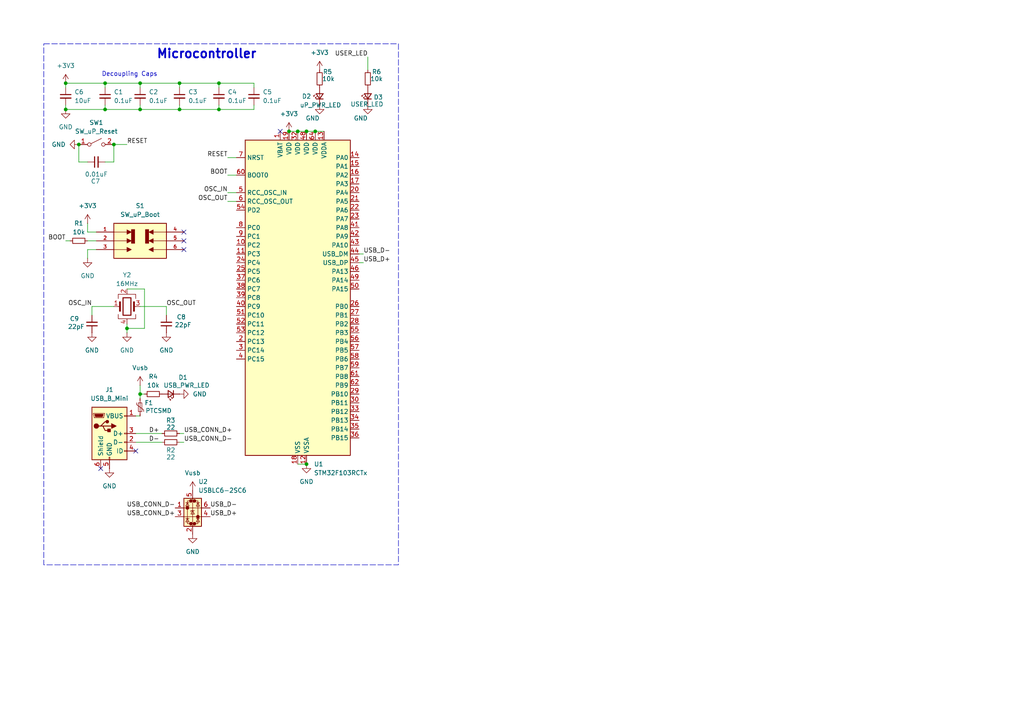
<source format=kicad_sch>
(kicad_sch (version 20250114) (generator "eeschema") (generator_version "9.0")
  (paper "A4")
  (title_block (title "Robot Brain PCB") (date "2025-04-22") (rev "1.0") (company "Jackson Hall"))
  (lib_symbols
    (symbol "Connector:USB_B_Mini" (pin_names (offset 1.016))
      (property "Reference" "J" (at -5.08 11.43 0))
      (property "Value" "USB_B_Mini" (at -5.08 8.89 0))
      (symbol "USB_B_Mini_0_1"
        (rectangle (start -5.08 -7.62) (end 5.08 7.62) (stroke (width 0.254)) (fill (type background)))
        (polyline (pts (xy -4.699 5.842) (xy -4.699 5.588) (xy -4.445 4.826) (xy -4.445 4.572) (xy -1.651 4.572) (xy -1.651 4.826) (xy -1.397 5.588) (xy -1.397 5.842) (xy -4.699 5.842)))
        (polyline (pts (xy -4.318 5.588) (xy -1.778 5.588) (xy -2.032 4.826) (xy -4.064 4.826) (xy -4.318 5.588)) (fill (type outline)))
        (circle (center -3.81 2.159) (radius 0.635) (stroke (width 0.254)) (fill (type outline)))
        (polyline (pts (xy -3.175 2.159) (xy -2.54 2.159) (xy -1.27 3.429) (xy -0.635 3.429)) (stroke (width 0.254)))
        (polyline (pts (xy -2.54 2.159) (xy -1.905 2.159) (xy -1.27 0.889) (xy 0 0.889)) (stroke (width 0.254)))
        (polyline (pts (xy -1.905 2.159) (xy 0.635 2.159)) (stroke (width 0.254)))
        (circle (center -0.635 3.429) (radius 0.381) (stroke (width 0.254)) (fill (type outline)))
        (rectangle (start -0.127 -7.62) (end 0.127 -6.858))
        (rectangle (start 0.254 1.27) (end -0.508 0.508) (stroke (width 0.254)) (fill (type outline)))
        (polyline (pts (xy 0.635 2.794) (xy 0.635 1.524) (xy 1.905 2.159) (xy 0.635 2.794)) (stroke (width 0.254)) (fill (type outline)))
        (rectangle (start 5.08 4.953) (end 4.318 5.207))
        (rectangle (start 5.08 -0.127) (end 4.318 0.127))
        (rectangle (start 5.08 -2.667) (end 4.318 -2.413))
        (rectangle (start 5.08 -5.207) (end 4.318 -4.953))
      )
      (symbol "USB_B_Mini_1_1"
        (pin passive line (at -2.54 -10.16 90) (length 2.54) (name "Shield") (number "6"))
        (pin power_out line (at 0 -10.16 90) (length 2.54) (name "GND") (number "5"))
        (pin power_out line (at 7.62 5.08 180) (length 2.54) (name "VBUS") (number "1"))
        (pin bidirectional line (at 7.62 0 180) (length 2.54) (name "D+") (number "3"))
        (pin bidirectional line (at 7.62 -2.54 180) (length 2.54) (name "D-") (number "2"))
        (pin passive line (at 7.62 -5.08 180) (length 2.54) (name "ID") (number "4"))
      )
    )
    (symbol "Device:C_Small" (pin_numbers (hide yes)) (pin_names (offset 0.254) (hide yes))
      (property "Reference" "C" (at 0.254 1.778 0))
      (property "Value" "C_Small" (at 0.254 -2.032 0))
      (symbol "C_Small_0_1"
        (polyline (pts (xy -1.524 0.508) (xy 1.524 0.508)) (stroke (width 0.3048)))
        (polyline (pts (xy -1.524 -0.508) (xy 1.524 -0.508)) (stroke (width 0.3302)))
      )
      (symbol "C_Small_1_1"
        (pin passive line (at 0 2.54 270) (length 2.032) (name "~") (number "1"))
        (pin passive line (at 0 -2.54 90) (length 2.032) (name "~") (number "2"))
      )
    )
    (symbol "Device:Crystal_GND24" (pin_names (offset 1.016) (hide yes))
      (property "Reference" "Y" (at 3.175 5.08 0))
      (property "Value" "Crystal_GND24" (at 3.175 3.175 0))
      (symbol "Crystal_GND24_0_1"
        (polyline (pts (xy -2.54 2.286) (xy -2.54 3.556) (xy 2.54 3.556) (xy 2.54 2.286)))
        (polyline (pts (xy -2.54 0) (xy -2.032 0)))
        (polyline (pts (xy -2.54 -2.286) (xy -2.54 -3.556) (xy 2.54 -3.556) (xy 2.54 -2.286)))
        (polyline (pts (xy -2.032 -1.27) (xy -2.032 1.27)) (stroke (width 0.508)))
        (rectangle (start -1.143 2.54) (end 1.143 -2.54) (stroke (width 0.3048)))
        (polyline (pts (xy 0 3.556) (xy 0 3.81)))
        (polyline (pts (xy 0 -3.81) (xy 0 -3.556)))
        (polyline (pts (xy 2.032 0) (xy 2.54 0)))
        (polyline (pts (xy 2.032 -1.27) (xy 2.032 1.27)) (stroke (width 0.508)))
      )
      (symbol "Crystal_GND24_1_1"
        (pin passive line (at -3.81 0 0) (length 1.27) (name "1") (number "1"))
        (pin passive line (at 0 5.08 270) (length 1.27) (name "2") (number "2"))
        (pin passive line (at 0 -5.08 90) (length 1.27) (name "4") (number "4"))
        (pin passive line (at 3.81 0 180) (length 1.27) (name "3") (number "3"))
      )
    )
    (symbol "Device:LED_Small" (pin_numbers (hide yes)) (pin_names (offset 0.254) (hide yes))
      (property "Reference" "D" (at -1.27 3.175 0))
      (property "Value" "LED_Small" (at -4.445 -2.54 0))
      (symbol "LED_Small_0_1"
        (polyline (pts (xy -0.762 -1.016) (xy -0.762 1.016)) (stroke (width 0.254)))
        (polyline (pts (xy 0 0.762) (xy -0.508 1.27) (xy -0.254 1.27) (xy -0.508 1.27) (xy -0.508 1.016)))
        (polyline (pts (xy 0.508 1.27) (xy 0 1.778) (xy 0.254 1.778) (xy 0 1.778) (xy 0 1.524)))
        (polyline (pts (xy 0.762 -1.016) (xy -0.762 0) (xy 0.762 1.016) (xy 0.762 -1.016)) (stroke (width 0.254)))
        (polyline (pts (xy 1.016 0) (xy -0.762 0)))
      )
      (symbol "LED_Small_1_1"
        (pin passive line (at -2.54 0 0) (length 1.778) (name "K") (number "1"))
        (pin passive line (at 2.54 0 180) (length 1.778) (name "A") (number "2"))
      )
    )
    (symbol "Device:Polyfuse_Small" (pin_numbers (hide yes)) (pin_names (offset 0))
      (property "Reference" "F" (at -1.905 0 90))
      (property "Value" "Polyfuse_Small" (at 1.905 0 90))
      (symbol "Polyfuse_Small_0_1"
        (polyline (pts (xy -1.016 1.27) (xy -1.016 0.762) (xy 1.016 -0.762) (xy 1.016 -1.27)))
        (rectangle (start -0.508 1.27) (end 0.508 -1.27))
        (polyline (pts (xy 0 2.54) (xy 0 -2.54)))
      )
      (symbol "Polyfuse_Small_1_1"
        (pin passive line (at 0 2.54 270) (length 0.635) (name "~") (number "1"))
        (pin passive line (at 0 -2.54 90) (length 0.635) (name "~") (number "2"))
      )
    )
    (symbol "Device:R_Small" (pin_numbers (hide yes)) (pin_names (offset 0.254) (hide yes))
      (property "Reference" "R" (at 0.762 0.508 0))
      (property "Value" "R_Small" (at 0.762 -1.016 0))
      (symbol "R_Small_0_1"
        (rectangle (start -0.762 1.778) (end 0.762 -1.778) (stroke (width 0.2032)))
      )
      (symbol "R_Small_1_1"
        (pin passive line (at 0 2.54 270) (length 0.762) (name "~") (number "1"))
        (pin passive line (at 0 -2.54 90) (length 0.762) (name "~") (number "2"))
      )
    )
    (symbol "MCU_ST_STM32F1:STM32F103RCTx"
      (property "Reference" "U" (at -15.24 46.99 0))
      (property "Value" "STM32F103RCTx" (at 10.16 46.99 0))
      (symbol "STM32F103RCTx_0_1"
        (rectangle (start -15.24 -45.72) (end 15.24 45.72) (stroke (width 0.254)) (fill (type background)))
      )
      (symbol "STM32F103RCTx_1_1"
        (pin input line (at -17.78 40.64 0) (length 2.54) (name "NRST") (number "7"))
        (pin input line (at -17.78 35.56 0) (length 2.54) (name "BOOT0") (number "60"))
        (pin bidirectional line (at -17.78 30.48 0) (length 2.54) (name "PD0") (number "5") (alternate "RCC_OSC_IN" bidirectional line))
        (pin bidirectional line (at -17.78 27.94 0) (length 2.54) (name "PD1") (number "6") (alternate "RCC_OSC_OUT" bidirectional line))
        (pin bidirectional line (at -17.78 25.4 0) (length 2.54) (name "PD2") (number "54"))
        (pin bidirectional line (at -17.78 20.32 0) (length 2.54) (name "PC0") (number "8"))
        (pin bidirectional line (at -17.78 17.78 0) (length 2.54) (name "PC1") (number "9"))
        (pin bidirectional line (at -17.78 15.24 0) (length 2.54) (name "PC2") (number "10"))
        (pin bidirectional line (at -17.78 12.7 0) (length 2.54) (name "PC3") (number "11"))
        (pin bidirectional line (at -17.78 10.16 0) (length 2.54) (name "PC4") (number "24"))
        (pin bidirectional line (at -17.78 7.62 0) (length 2.54) (name "PC5") (number "25"))
        (pin bidirectional line (at -17.78 5.08 0) (length 2.54) (name "PC6") (number "37"))
        (pin bidirectional line (at -17.78 2.54 0) (length 2.54) (name "PC7") (number "38"))
        (pin bidirectional line (at -17.78 0 0) (length 2.54) (name "PC8") (number "39"))
        (pin bidirectional line (at -17.78 -2.54 0) (length 2.54) (name "PC9") (number "40"))
        (pin bidirectional line (at -17.78 -5.08 0) (length 2.54) (name "PC10") (number "51"))
        (pin bidirectional line (at -17.78 -7.62 0) (length 2.54) (name "PC11") (number "52"))
        (pin bidirectional line (at -17.78 -10.16 0) (length 2.54) (name "PC12") (number "53"))
        (pin bidirectional line (at -17.78 -12.7 0) (length 2.54) (name "PC13") (number "2"))
        (pin bidirectional line (at -17.78 -15.24 0) (length 2.54) (name "PC14") (number "3"))
        (pin bidirectional line (at -17.78 -17.78 0) (length 2.54) (name "PC15") (number "4"))
        (pin power_in line (at -5.08 48.26 270) (length 2.54) (name "VBAT") (number "1"))
        (pin power_in line (at -2.54 48.26 270) (length 2.54) (name "VDD") (number "19"))
        (pin power_in line (at 0 48.26 270) (length 2.54) (name "VDD") (number "32"))
        (pin power_in line (at 0 -48.26 90) (length 2.54) (name "VSS") (number "18"))
        (pin passive line (at 0 -48.26 90) (length 2.54) (hide yes) (name "VSS") (number "31"))
        (pin passive line (at 0 -48.26 90) (length 2.54) (hide yes) (name "VSS") (number "47"))
        (pin passive line (at 0 -48.26 90) (length 2.54) (hide yes) (name "VSS") (number "63"))
        (pin power_in line (at 2.54 48.26 270) (length 2.54) (name "VDD") (number "48"))
        (pin power_in line (at 2.54 -48.26 90) (length 2.54) (name "VSSA") (number "12"))
        (pin power_in line (at 5.08 48.26 270) (length 2.54) (name "VDD") (number "64"))
        (pin power_in line (at 7.62 48.26 270) (length 2.54) (name "VDDA") (number "13"))
        (pin bidirectional line (at 17.78 40.64 180) (length 2.54) (name "PA0") (number "14"))
        (pin bidirectional line (at 17.78 38.1 180) (length 2.54) (name "PA1") (number "15"))
        (pin bidirectional line (at 17.78 35.56 180) (length 2.54) (name "PA2") (number "16"))
        (pin bidirectional line (at 17.78 33.02 180) (length 2.54) (name "PA3") (number "17"))
        (pin bidirectional line (at 17.78 30.48 180) (length 2.54) (name "PA4") (number "20"))
        (pin bidirectional line (at 17.78 27.94 180) (length 2.54) (name "PA5") (number "21"))
        (pin bidirectional line (at 17.78 25.4 180) (length 2.54) (name "PA6") (number "22"))
        (pin bidirectional line (at 17.78 22.86 180) (length 2.54) (name "PA7") (number "23"))
        (pin bidirectional line (at 17.78 20.32 180) (length 2.54) (name "PA8") (number "41"))
        (pin bidirectional line (at 17.78 17.78 180) (length 2.54) (name "PA9") (number "42"))
        (pin bidirectional line (at 17.78 15.24 180) (length 2.54) (name "PA10") (number "43"))
        (pin bidirectional line (at 17.78 12.7 180) (length 2.54) (name "PA11") (number "44") (alternate "USB_DM" bidirectional line))
        (pin bidirectional line (at 17.78 10.16 180) (length 2.54) (name "PA12") (number "45") (alternate "USB_DP" bidirectional line))
        (pin bidirectional line (at 17.78 7.62 180) (length 2.54) (name "PA13") (number "46"))
        (pin bidirectional line (at 17.78 5.08 180) (length 2.54) (name "PA14") (number "49"))
        (pin bidirectional line (at 17.78 2.54 180) (length 2.54) (name "PA15") (number "50"))
        (pin bidirectional line (at 17.78 -2.54 180) (length 2.54) (name "PB0") (number "26"))
        (pin bidirectional line (at 17.78 -5.08 180) (length 2.54) (name "PB1") (number "27"))
        (pin bidirectional line (at 17.78 -7.62 180) (length 2.54) (name "PB2") (number "28"))
        (pin bidirectional line (at 17.78 -10.16 180) (length 2.54) (name "PB3") (number "55"))
        (pin bidirectional line (at 17.78 -12.7 180) (length 2.54) (name "PB4") (number "56"))
        (pin bidirectional line (at 17.78 -15.24 180) (length 2.54) (name "PB5") (number "57"))
        (pin bidirectional line (at 17.78 -17.78 180) (length 2.54) (name "PB6") (number "58"))
        (pin bidirectional line (at 17.78 -20.32 180) (length 2.54) (name "PB7") (number "59"))
        (pin bidirectional line (at 17.78 -22.86 180) (length 2.54) (name "PB8") (number "61"))
        (pin bidirectional line (at 17.78 -25.4 180) (length 2.54) (name "PB9") (number "62"))
        (pin bidirectional line (at 17.78 -27.94 180) (length 2.54) (name "PB10") (number "29"))
        (pin bidirectional line (at 17.78 -30.48 180) (length 2.54) (name "PB11") (number "30"))
        (pin bidirectional line (at 17.78 -33.02 180) (length 2.54) (name "PB12") (number "33"))
        (pin bidirectional line (at 17.78 -35.56 180) (length 2.54) (name "PB13") (number "34"))
        (pin bidirectional line (at 17.78 -38.1 180) (length 2.54) (name "PB14") (number "35"))
        (pin bidirectional line (at 17.78 -40.64 180) (length 2.54) (name "PB15") (number "36"))
      )
    )
    (symbol "Power_Protection:USBLC6-2SC6" (pin_names (hide yes))
      (property "Reference" "U" (at 0.635 5.715 0))
      (property "Value" "USBLC6-2SC6" (at 0.635 3.81 0))
      (symbol "USBLC6-2SC6_0_0"
        (circle (center -1.524 0) (radius 0.0001) (stroke (width 0.508)))
        (circle (center -0.508 2.032) (radius 0.0001) (stroke (width 0.508)))
        (circle (center -0.508 -4.572) (radius 0.0001) (stroke (width 0.508)))
        (circle (center 0.508 2.032) (radius 0.0001) (stroke (width 0.508)))
        (circle (center 0.508 -4.572) (radius 0.0001) (stroke (width 0.508)))
        (circle (center 1.524 -2.54) (radius 0.0001) (stroke (width 0.508)))
      )
      (symbol "USBLC6-2SC6_0_1"
        (polyline (pts (xy -2.54 0) (xy 2.54 0)))
        (polyline (pts (xy -2.54 -2.54) (xy 2.54 -2.54)))
        (polyline (pts (xy -2.032 0.508) (xy -1.016 0.508) (xy -1.524 1.524) (xy -2.032 0.508)))
        (polyline (pts (xy -2.032 -3.048) (xy -1.016 -3.048)))
        (polyline (pts (xy -1.016 1.524) (xy -2.032 1.524)))
        (polyline (pts (xy -1.016 -4.064) (xy -2.032 -4.064) (xy -1.524 -3.048) (xy -1.016 -4.064)))
        (polyline (pts (xy -0.508 -1.143) (xy -0.508 -0.762) (xy 0.508 -0.762)))
        (polyline (pts (xy 0 2.54) (xy -0.508 2.032) (xy 0.508 2.032) (xy 0 1.524) (xy 0 -4.064) (xy -0.508 -4.572) (xy 0.508 -4.572) (xy 0 -5.08)))
        (polyline (pts (xy 0.508 -1.778) (xy -0.508 -1.778) (xy 0 -0.762) (xy 0.508 -1.778)))
        (polyline (pts (xy 1.016 1.524) (xy 2.032 1.524)))
        (polyline (pts (xy 1.016 -3.048) (xy 2.032 -3.048)))
        (polyline (pts (xy 2.032 0.508) (xy 1.016 0.508) (xy 1.524 1.524) (xy 2.032 0.508)))
        (polyline (pts (xy 2.032 -4.064) (xy 1.016 -4.064) (xy 1.524 -3.048) (xy 2.032 -4.064)))
      )
      (symbol "USBLC6-2SC6_1_1"
        (rectangle (start -2.54 2.794) (end 2.54 -5.334) (stroke (width 0.254)) (fill (type background)))
        (polyline (pts (xy -0.508 2.032) (xy -1.524 2.032) (xy -1.524 -4.572) (xy -0.508 -4.572)))
        (polyline (pts (xy 0.508 -4.572) (xy 1.524 -4.572) (xy 1.524 2.032) (xy 0.508 2.032)))
        (pin passive line (at -5.08 0 0) (length 2.54) (name "I/O1") (number "1"))
        (pin passive line (at -5.08 -2.54 0) (length 2.54) (name "I/O2") (number "3"))
        (pin passive line (at 0 5.08 270) (length 2.54) (name "VBUS") (number "5"))
        (pin passive line (at 0 -7.62 90) (length 2.54) (name "GND") (number "2"))
        (pin passive line (at 5.08 0 180) (length 2.54) (name "I/O1") (number "6"))
        (pin passive line (at 5.08 -2.54 180) (length 2.54) (name "I/O2") (number "4"))
      )
    )
    (symbol "SW_uP_Boot:JS202011SCQN" (pin_names (offset 1.016))
      (property "Reference" "S" (at -7.62 6.35 0))
      (property "Value" "JS202011SCQN" (at -7.62 -6.35 0))
      (symbol "JS202011SCQN_0_0"
        (polyline (pts (xy -7.62 2.54) (xy -3.81 2.54)) (stroke (width 0.1524)))
        (polyline (pts (xy -7.62 0) (xy -3.81 0)) (stroke (width 0.1524)))
        (polyline (pts (xy -7.62 -2.54) (xy -3.81 -2.54)) (stroke (width 0.1524)))
        (rectangle (start -7.62 -5.08) (end 7.62 5.08) (stroke (width 0.254)) (fill (type background)))
        (polyline (pts (xy -3.81 3.175) (xy -3.81 1.905) (xy -2.54 2.54) (xy -3.81 3.175)) (stroke (width 0.1524)) (fill (type outline)))
        (polyline (pts (xy -3.81 0.635) (xy -3.81 -0.635) (xy -2.54 0) (xy -3.81 0.635)) (stroke (width 0.1524)) (fill (type outline)))
        (polyline (pts (xy -3.81 -1.905) (xy -3.81 -3.175) (xy -2.54 -2.54) (xy -3.81 -1.905)) (stroke (width 0.1524)) (fill (type outline)))
        (polyline (pts (xy -2.54 3.302) (xy -2.54 -0.762) (xy -1.524 -0.762) (xy -1.524 3.302) (xy -2.54 3.302)) (stroke (width 0.0254)) (fill (type outline)))
        (polyline (pts (xy 1.524 3.302) (xy 1.524 -0.762) (xy 2.54 -0.762) (xy 2.54 3.302) (xy 1.524 3.302)) (stroke (width 0.0254)) (fill (type outline)))
        (polyline (pts (xy 3.81 1.905) (xy 3.81 3.175) (xy 2.54 2.54) (xy 3.81 1.905)) (stroke (width 0.1524)) (fill (type outline)))
        (polyline (pts (xy 3.81 -0.635) (xy 3.81 0.635) (xy 2.54 0) (xy 3.81 -0.635)) (stroke (width 0.1524)) (fill (type outline)))
        (polyline (pts (xy 3.81 -3.175) (xy 3.81 -1.905) (xy 2.54 -2.54) (xy 3.81 -3.175)) (stroke (width 0.1524)) (fill (type outline)))
        (polyline (pts (xy 7.62 2.54) (xy 3.81 2.54)) (stroke (width 0.1524)))
        (polyline (pts (xy 7.62 0) (xy 3.81 0)) (stroke (width 0.1524)))
        (polyline (pts (xy 7.62 -2.54) (xy 3.81 -2.54)) (stroke (width 0.1524)))
        (pin passive line (at -12.7 2.54 0) (length 5.08) (name "~") (number "1"))
        (pin passive line (at -12.7 0 0) (length 5.08) (name "~") (number "2"))
        (pin passive line (at -12.7 -2.54 0) (length 5.08) (name "~") (number "3"))
        (pin passive line (at 12.7 2.54 180) (length 5.08) (name "~") (number "4"))
        (pin passive line (at 12.7 0 180) (length 5.08) (name "~") (number "5"))
        (pin passive line (at 12.7 -2.54 180) (length 5.08) (name "~") (number "6"))
      )
    )
    (symbol "Switch:SW_SPST" (pin_names (offset 0) (hide yes))
      (property "Reference" "SW" (at 0 3.175 0))
      (property "Value" "SW_SPST" (at 0 -2.54 0))
      (symbol "SW_SPST_0_0"
        (circle (center -2.032 0) (radius 0.508))
        (polyline (pts (xy -1.524 0.254) (xy 1.524 1.778)))
        (circle (center 2.032 0) (radius 0.508))
      )
      (symbol "SW_SPST_1_1"
        (pin passive line (at -5.08 0 0) (length 2.54) (name "A") (number "1"))
        (pin passive line (at 5.08 0 180) (length 2.54) (name "B") (number "2"))
      )
    )
    (symbol "power:+3V3" (power) (pin_numbers (hide yes)) (pin_names (offset 0) (hide yes))
      (property "Value" "+3V3" (at 0 3.556 0))
      (symbol "+3V3_0_1"
        (polyline (pts (xy -0.762 1.27) (xy 0 2.54)))
        (polyline (pts (xy 0 2.54) (xy 0.762 1.27)))
        (polyline (pts (xy 0 0) (xy 0 2.54)))
      )
      (symbol "+3V3_1_1"
        (pin power_in line (at 0 0 90) (length 0) (name "~") (number "1"))
      )
    )
    (symbol "power:GND" (power) (pin_numbers (hide yes)) (pin_names (offset 0) (hide yes))
      (property "Value" "GND" (at 0 -3.81 0))
      (symbol "GND_0_1"
        (polyline (pts (xy 0 0) (xy 0 -1.27) (xy 1.27 -1.27) (xy 0 -2.54) (xy -1.27 -1.27) (xy 0 -1.27)))
      )
      (symbol "GND_1_1"
        (pin power_in line (at 0 0 270) (length 0) (name "~") (number "1"))
      )
    )
    (symbol "power:VCC" (power) (pin_numbers (hide yes)) (pin_names (offset 0) (hide yes))
      (property "Value" "VCC" (at 0 3.556 0))
      (symbol "VCC_0_1"
        (polyline (pts (xy -0.762 1.27) (xy 0 2.54)))
        (polyline (pts (xy 0 2.54) (xy 0.762 1.27)))
        (polyline (pts (xy 0 0) (xy 0 2.54)))
      )
      (symbol "VCC_1_1"
        (pin power_in line (at 0 0 90) (length 0) (name "~") (number "1"))
      )
    )
  )
  (rectangle (start 12.7 12.7) (end 115.57 163.83) (stroke (width 0) (type dash)))
  (text "Decoupling Caps" (at 37.592 21.59 0) (effects (font (size 1.27 1.27))))
  (text "Microcontroller" (at 59.944 15.748 0) (effects (font (size 2.54 2.54) (thickness 0.508) (bold yes))))
  (junction (at 40.64 114.3))
  (junction (at 83.82 38.1))
  (junction (at 36.83 95.25))
  (junction (at 86.36 38.1))
  (junction (at 30.48 24.13))
  (junction (at 52.07 31.75))
  (junction (at 40.64 31.75))
  (junction (at 19.05 31.75))
  (junction (at 63.5 24.13))
  (junction (at 22.86 41.91))
  (junction (at 40.64 24.13))
  (junction (at 19.05 24.13))
  (junction (at 30.48 31.75))
  (junction (at 88.9 38.1))
  (junction (at 63.5 31.75))
  (junction (at 33.02 41.91))
  (junction (at 52.07 24.13))
  (junction (at 88.9 134.62))
  (junction (at 91.44 38.1))
  (no_connect (at 39.37 130.81))
  (no_connect (at 53.34 67.31))
  (no_connect (at 53.34 69.85))
  (no_connect (at 53.34 72.39))
  (no_connect (at 29.21 135.89))
  (no_connect (at 81.28 38.1))
  (wire (pts (xy 88.9 134.62) (xy 86.36 134.62)))
  (wire (pts (xy 63.5 24.13) (xy 63.5 25.4)))
  (wire (pts (xy 30.48 24.13) (xy 40.64 24.13)))
  (wire (pts (xy 91.44 38.1) (xy 93.98 38.1)))
  (wire (pts (xy 19.05 31.75) (xy 19.05 30.48)))
  (wire (pts (xy 25.4 74.93) (xy 25.4 72.39)))
  (wire (pts (xy 41.91 95.25) (xy 36.83 95.25)))
  (wire (pts (xy 40.64 111.76) (xy 40.64 114.3)))
  (wire (pts (xy 40.64 114.3) (xy 41.91 114.3)))
  (wire (pts (xy 19.05 69.85) (xy 20.32 69.85)))
  (wire (pts (xy 25.4 72.39) (xy 27.94 72.39)))
  (wire (pts (xy 36.83 83.82) (xy 41.91 83.82)))
  (wire (pts (xy 52.07 31.75) (xy 52.07 30.48)))
  (wire (pts (xy 25.4 46.99) (xy 22.86 46.99)))
  (wire (pts (xy 19.05 24.13) (xy 19.05 25.4)))
  (wire (pts (xy 88.9 38.1) (xy 91.44 38.1)))
  (wire (pts (xy 52.07 24.13) (xy 63.5 24.13)))
  (wire (pts (xy 63.5 31.75) (xy 73.66 31.75)))
  (wire (pts (xy 30.48 24.13) (xy 30.48 25.4)))
  (wire (pts (xy 106.68 16.51) (xy 106.68 20.32)))
  (wire (pts (xy 53.34 125.73) (xy 52.07 125.73)))
  (wire (pts (xy 26.67 88.9) (xy 33.02 88.9)))
  (wire (pts (xy 40.64 120.65) (xy 39.37 120.65)))
  (wire (pts (xy 40.64 24.13) (xy 40.64 25.4)))
  (wire (pts (xy 73.66 24.13) (xy 73.66 25.4)))
  (wire (pts (xy 66.04 45.72) (xy 68.58 45.72)))
  (wire (pts (xy 105.41 73.66) (xy 104.14 73.66)))
  (wire (pts (xy 46.99 128.27) (xy 39.37 128.27)))
  (wire (pts (xy 105.41 76.2) (xy 104.14 76.2)))
  (wire (pts (xy 40.64 31.75) (xy 52.07 31.75)))
  (wire (pts (xy 19.05 24.13) (xy 30.48 24.13)))
  (wire (pts (xy 48.26 88.9) (xy 40.64 88.9)))
  (wire (pts (xy 66.04 58.42) (xy 68.58 58.42)))
  (wire (pts (xy 33.02 46.99) (xy 30.48 46.99)))
  (wire (pts (xy 22.86 46.99) (xy 22.86 41.91)))
  (wire (pts (xy 46.99 125.73) (xy 39.37 125.73)))
  (wire (pts (xy 52.07 24.13) (xy 52.07 25.4)))
  (wire (pts (xy 30.48 31.75) (xy 30.48 30.48)))
  (wire (pts (xy 36.83 96.52) (xy 36.83 95.25)))
  (wire (pts (xy 52.07 31.75) (xy 63.5 31.75)))
  (wire (pts (xy 40.64 24.13) (xy 52.07 24.13)))
  (wire (pts (xy 53.34 128.27) (xy 52.07 128.27)))
  (wire (pts (xy 73.66 31.75) (xy 73.66 30.48)))
  (wire (pts (xy 36.83 95.25) (xy 36.83 93.98)))
  (wire (pts (xy 40.64 31.75) (xy 40.64 30.48)))
  (wire (pts (xy 25.4 67.31) (xy 27.94 67.31)))
  (wire (pts (xy 33.02 41.91) (xy 36.83 41.91)))
  (wire (pts (xy 26.67 91.44) (xy 26.67 88.9)))
  (wire (pts (xy 25.4 69.85) (xy 27.94 69.85)))
  (wire (pts (xy 48.26 91.44) (xy 48.26 88.9)))
  (wire (pts (xy 86.36 38.1) (xy 88.9 38.1)))
  (wire (pts (xy 66.04 55.88) (xy 68.58 55.88)))
  (wire (pts (xy 25.4 64.77) (xy 25.4 67.31)))
  (wire (pts (xy 30.48 31.75) (xy 40.64 31.75)))
  (wire (pts (xy 41.91 83.82) (xy 41.91 95.25)))
  (wire (pts (xy 66.04 50.8) (xy 68.58 50.8)))
  (wire (pts (xy 63.5 24.13) (xy 73.66 24.13)))
  (wire (pts (xy 83.82 38.1) (xy 86.36 38.1)))
  (wire (pts (xy 40.64 114.3) (xy 40.64 115.57)))
  (wire (pts (xy 19.05 31.75) (xy 30.48 31.75)))
  (wire (pts (xy 33.02 41.91) (xy 33.02 46.99)))
  (wire (pts (xy 63.5 31.75) (xy 63.5 30.48)))
  (label "USB_CONN_D+" (at 53.34 125.73 0))
  (label "D+" (at 43.18 125.73 0))
  (label "USB_D-" (at 60.96 147.32 0))
  (label "BOOT" (at 66.04 50.8 180))
  (label "USB_CONN_D-" (at 50.8 147.32 180))
  (label "RESET" (at 66.04 45.72 180))
  (label "RESET" (at 36.83 41.91 0))
  (label "USB_D+" (at 105.41 76.2 0))
  (label "USB_D+" (at 60.96 149.86 0))
  (label "BOOT" (at 19.05 69.85 180))
  (label "OSC_IN" (at 26.67 88.9 180))
  (label "USB_CONN_D-" (at 53.34 128.27 0))
  (label "USB_CONN_D+" (at 50.8 149.86 180))
  (label "USB_D-" (at 105.41 73.66 0))
  (label "OSC_IN" (at 66.04 55.88 180))
  (label "OSC_OUT" (at 48.26 88.9 0))
  (label "USER_LED" (at 106.68 16.51 180))
  (label "D-" (at 43.18 128.27 0))
  (label "OSC_OUT" (at 66.04 58.42 180))
  (symbol (lib_id "power:GND") (at 55.88 154.94 0) (unit 1)
    (property "Reference" "#PWR012" (effects (hide yes)))
    (property "Value" "GND" (at 55.88 160.02 0))
    (property "Description" "Power symbol creates a global label with name \"GND\" , ground" (effects (hide yes)))
  )
  (symbol (lib_id "power:GND") (at 22.86 41.91 270) (unit 1)
    (property "Reference" "#PWR05" (effects (hide yes)))
    (property "Value" "GND" (at 19.05 41.9099 90) (effects (justify right)))
    (property "Description" "Power symbol creates a global label with name \"GND\" , ground" (effects (hide yes)))
  )
  (symbol (lib_id "Device:C_Small") (at 63.5 27.94 0) (unit 1)
    (property "Reference" "C4" (at 66.04 26.6762 0) (effects (justify left)))
    (property "Value" "0.1uF" (at 66.04 29.2162 0) (effects (justify left)))
    (property "Footprint" "Capacitor_SMD:C_0805_2012Metric_Pad1.18x1.45mm_HandSolder" (effects (hide yes)))
    (property "Description" "Unpolarized capacitor, small symbol" (effects (hide yes)))
    (property "Mouser" "https://www.mouser.com/ProductDetail/KYOCERA-AVX/KAM21BR71H104JT?qs=sGAEpiMZZMsh%252B1woXyUXj17cMikWvs6%2F6aKx5H2Tu1A%3D" (effects (hide yes)))
    (property "Mfr #P" " KAM21BR71H104JT" (effects (hide yes)))
    (property "Unit Price ($)" "0.20" (effects (hide yes)))
  )
  (symbol (lib_id "power:GND") (at 92.71 30.48 0) (unit 1)
    (property "Reference" "#PWR016" (effects (hide yes)))
    (property "Value" "GND" (at 92.7101 34.29 0) (effects (justify right)))
    (property "Description" "Power symbol creates a global label with name \"GND\" , ground" (effects (hide yes)))
  )
  (symbol (lib_id "power:VCC") (at 40.64 111.76 0) (unit 1)
    (property "Reference" "#PWR014" (effects (hide yes)))
    (property "Value" "Vusb" (at 40.64 106.68 0))
    (property "Description" "Power symbol creates a global label with name \"VCC\"" (effects (hide yes)))
  )
  (symbol (lib_id "Device:Crystal_GND24") (at 36.83 88.9 0) (unit 1)
    (property "Reference" "Y2" (at 36.83 79.756 0))
    (property "Value" "16MHz" (at 36.83 82.296 0))
    (property "Footprint" "Crystal:Crystal_SMD_Abracon_ABM8G-4Pin_3.2x2.5mm" (effects (hide yes)))
    (property "Description" "Four pin crystal, GND on pins 2 and 4" (effects (hide yes)))
    (property "Mouser" "https://www.mouser.com/ProductDetail/ABRACON/ABM8G-16.000MHZ-18-D2Y-T?qs=3LVMET7lfiPkoUdIbdKAPg%3D%3D&srsltid=AfmBOoqxb2nNLBmbm4-fh4C03d2OKXOzMqqNRt9xHJ_iYSRSMWrIga8v" (effects (hide yes)))
    (property "Mfr #P" " ABM8G-16.000MHZ-18-D2Y-T" (effects (hide yes)))
    (property "Price ($)" "0.43" (effects (hide yes)))
  )
  (symbol (lib_id "Device:C_Small") (at 19.05 27.94 0) (unit 1)
    (property "Reference" "C6" (at 21.59 26.6762 0) (effects (justify left)))
    (property "Value" "10uF" (at 21.59 29.2162 0) (effects (justify left)))
    (property "Footprint" "Capacitor_SMD:C_0805_2012Metric_Pad1.18x1.45mm_HandSolder" (effects (hide yes)))
    (property "Description" "Unpolarized capacitor, small symbol" (effects (hide yes)))
    (property "Mouser" "https://www.mouser.com/ProductDetail/TAIYO-YUDEN/LMK212ABJ106KG-T?qs=vF%252B8ahGVileYw6h2RCH8zg%3D%3D" (effects (hide yes)))
    (property "Mfr #P" " LMK212ABJ106KG-T" (effects (hide yes)))
    (property "Unit Price ($)" "0.11" (effects (hide yes)))
  )
  (symbol (lib_id "power:+3V3") (at 25.4 64.77 0) (unit 1)
    (property "Reference" "#PWR07" (effects (hide yes)))
    (property "Value" "+3V3" (at 25.4 59.69 0))
    (property "Description" "Power symbol creates a global label with name \"+3V3\"" (effects (hide yes)))
  )
  (symbol (lib_id "power:+3V3") (at 92.71 20.32 0) (unit 1)
    (property "Reference" "#PWR018" (effects (hide yes)))
    (property "Value" "+3V3" (at 92.71 15.24 0))
    (property "Description" "Power symbol creates a global label with name \"+3V3\"" (effects (hide yes)))
  )
  (symbol (lib_id "Device:C_Small") (at 27.94 46.99 90) (unit 1)
    (property "Reference" "C7" (at 27.686 52.578 90))
    (property "Value" "0.01uF" (at 27.94 50.546 90))
    (property "Footprint" "Capacitor_SMD:C_0805_2012Metric_Pad1.18x1.45mm_HandSolder" (effects (hide yes)))
    (property "Description" "Unpolarized capacitor, small symbol" (effects (hide yes)))
    (property "Mouser" "https://www.mouser.com/ProductDetail/KYOCERA-AVX/KAF21BR72A103JT?qs=sGAEpiMZZMvsSlwiRhF8qrQG6leidpLjcDGchfK3z7vBa8kdIii1%252Bg%3D%3D" (effects (hide yes)))
    (property "Mfr #P" "KAF21BR72A103JT" (effects (hide yes)))
    (property "Unit Price ($)" "0.10" (effects (hide yes)))
  )
  (symbol (lib_id "power:GND") (at 106.68 30.48 0) (unit 1)
    (property "Reference" "#PWR017" (effects (hide yes)))
    (property "Value" "GND" (at 106.6801 34.29 0) (effects (justify right)))
    (property "Description" "Power symbol creates a global label with name \"GND\" , ground" (effects (hide yes)))
  )
  (symbol (lib_id "Device:C_Small") (at 48.26 93.98 180) (unit 1)
    (property "Reference" "C8" (at 52.578 91.948 0))
    (property "Value" "22pF" (at 53.086 94.234 0))
    (property "Footprint" "Capacitor_SMD:C_0805_2012Metric_Pad1.18x1.45mm_HandSolder" (effects (hide yes)))
    (property "Description" "Unpolarized capacitor, small symbol" (effects (hide yes)))
    (property "Mouser" "https://www.mouser.com/ProductDetail/KYOCERA-AVX/0805ZA220JAT2A?qs=qVfB0%2FDaMDayn2JkoZWS9w%3D%3D" (effects (hide yes)))
    (property "Mfr #P" " 0805ZA220JAT2A" (effects (hide yes)))
    (property "Unit Price ($)" "0.21" (effects (hide yes)))
  )
  (symbol (lib_id "power:GND") (at 48.26 96.52 0) (unit 1)
    (property "Reference" "#PWR09" (effects (hide yes)))
    (property "Value" "GND" (at 48.26 101.6 0))
    (property "Description" "Power symbol creates a global label with name \"GND\" , ground" (effects (hide yes)))
  )
  (symbol (lib_id "power:+3V3") (at 19.05 24.13 0) (unit 1)
    (property "Reference" "#PWR02" (effects (hide yes)))
    (property "Value" "+3V3" (at 19.05 19.05 0))
    (property "Description" "Power symbol creates a global label with name \"+3V3\"" (effects (hide yes)))
  )
  (symbol (lib_id "Device:R_Small") (at 92.71 22.86 0) (unit 1)
    (property "Reference" "R5" (at 94.996 20.828 0))
    (property "Value" "10k" (at 95.25 22.86 0))
    (property "Footprint" "Resistor_SMD:R_0805_2012Metric_Pad1.20x1.40mm_HandSolder" (effects (hide yes)))
    (property "Description" "Resistor, small symbol" (effects (hide yes)))
    (property "Mouser" "https://www.mouser.com/ProductDetail/KOA-Speer/RK73B2ATTE103J?qs=I90P2AZw0BqeB%252B5wjce35A%3D%3D" (effects (hide yes)))
    (property "Mfr #P" "RK73B2ATTE103J" (effects (hide yes)))
    (property "Price ($)" "0.11" (effects (hide yes)))
  )
  (symbol (lib_id "Device:Polyfuse_Small") (at 40.64 118.11 0) (unit 1)
    (property "Reference" "F1" (at 41.91 116.84 0) (effects (justify left)))
    (property "Value" "PTCSMD" (at 42.164 119.126 0) (effects (justify left)))
    (property "Footprint" "Fuse:Fuse_0805_2012Metric_Pad1.15x1.40mm_HandSolder" (effects (hide yes)))
    (property "Description" "Resettable fuse, polymeric positive temperature coefficient, small symbol" (effects (hide yes)))
    (property "Mouser" "https://www.mouser.com/ProductDetail/Bel-Fuse/0ZCK0050AF2E?qs=jyPKP7YLNfA3woHzbzsK%2FQ%3D%3D" (effects (hide yes)))
    (property "Mfr #P" "0ZCK0050AF2E" (effects (hide yes)))
    (property "Price ($)" "0.32" (effects (hide yes)))
  )
  (symbol (lib_id "MCU_ST_STM32F1:STM32F103RCTx") (at 86.36 86.36 0) (unit 1)
    (property "Reference" "U1" (at 91.0433 134.62 0) (effects (justify left)))
    (property "Value" "STM32F103RCTx" (at 91.0433 137.16 0) (effects (justify left)))
    (property "Footprint" "Package_QFP:LQFP-64_10x10mm_P0.5mm" (effects (hide yes)))
    (property "Datasheet" "https://www.st.com/resource/en/datasheet/stm32f103rc.pdf" (effects (hide yes)))
    (property "Description" "STMicroelectronics Arm Cortex-M3 MCU, 256KB flash, 48KB RAM, 72 MHz, 2.0-3.6V, 51 GPIO, LQFP64" (effects (hide yes)))
    (property "Mouser" "https://www.mouser.com/ProductDetail/STMicroelectronics/STM32F103RCT6?qs=%252BB84zevwoRA6TYzZIgOIoA%3D%3D&mgh=1&utm_id=22314976717&utm_source=google&utm_medium=cpc&utm_marketing_tactic=amercorp&gad_source=1&gbraid=0AAAAADn_wf0bpM4WveLyx1AQKlEp3TQf_&gclid=Cj0KCQjw_JzABhC2ARIsAPe3ynoyq32jZfkrmC0Ew2X1pg5k5egfDLIhJTzS5nLZZsn9qvcGFeVBqMEaAifWEALw_wcB" (effects (hide yes)))
    (property "Mfg #P" " STM32F103RCT6" (effects (hide yes)))
    (property "Unit Price ($)" "8.08" (effects (hide yes)))
    (pin "6" (alternate "RCC_OSC_OUT"))
    (pin "5" (alternate "RCC_OSC_IN"))
    (pin "45" (alternate "USB_DP"))
    (pin "44" (alternate "USB_DM"))
  )
  (symbol (lib_id "power:+3V3") (at 83.82 38.1 0) (unit 1)
    (property "Reference" "#PWR01" (effects (hide yes)))
    (property "Value" "+3V3" (at 83.82 33.02 0))
    (property "Description" "Power symbol creates a global label with name \"+3V3\"" (effects (hide yes)))
  )
  (symbol (lib_id "Device:R_Small") (at 22.86 69.85 90) (unit 1)
    (property "Reference" "R1" (at 22.86 64.77 90))
    (property "Value" "10k" (at 22.86 67.31 90))
    (property "Footprint" "Resistor_SMD:R_0805_2012Metric_Pad1.20x1.40mm_HandSolder" (effects (hide yes)))
    (property "Description" "Resistor, small symbol" (effects (hide yes)))
    (property "Mouser" "https://www.mouser.com/ProductDetail/KOA-Speer/RK73B2ATTE103J?qs=I90P2AZw0BqeB%252B5wjce35A%3D%3D" (effects (hide yes)))
    (property "Mfr #P" "RK73B2ATTE103J" (effects (hide yes)))
    (property "Price ($)" "0.11" (effects (hide yes)))
  )
  (symbol (lib_id "power:VCC") (at 55.88 142.24 0) (unit 1)
    (property "Reference" "#PWR013" (effects (hide yes)))
    (property "Value" "Vusb" (at 55.88 137.16 0))
    (property "Description" "Power symbol creates a global label with name \"VCC\"" (effects (hide yes)))
  )
  (symbol (lib_id "Power_Protection:USBLC6-2SC6") (at 55.88 147.32 0) (unit 1)
    (property "Reference" "U2" (at 57.5311 139.7 0) (effects (justify left)))
    (property "Value" "USBLC6-2SC6" (at 57.5311 142.24 0) (effects (justify left)))
    (property "Footprint" "Package_TO_SOT_SMD:SOT-23-6" (effects (hide yes)))
    (property "Datasheet" "https://www.st.com/resource/en/datasheet/usblc6-2.pdf" (effects (hide yes)))
    (property "Description" "Very low capacitance ESD protection diode, 2 data-line, SOT-23-6" (effects (hide yes)))
  )
  (symbol (lib_id "Switch:SW_SPST") (at 27.94 41.91 0) (unit 1)
    (property "Reference" "SW1" (at 27.94 35.56 0))
    (property "Value" "SW_uP_Reset" (at 27.94 38.1 0))
    (property "Footprint" "SW_uP_Reset:SW_uP_Reset" (effects (hide yes)))
    (property "Description" "Single Pole Single Throw (SPST) switch" (effects (hide yes)))
  )
  (symbol (lib_id "Device:LED_Small") (at 106.68 27.94 90) (unit 1)
    (property "Reference" "D3" (at 109.728 28.194 90))
    (property "Value" "USER_LED" (at 106.426 30.226 90))
    (property "Footprint" "LED_SMD:LED_0805_2012Metric_Pad1.15x1.40mm_HandSolder" (effects (hide yes)))
    (property "Description" "Light emitting diode, small symbol" (effects (hide yes)))
    (property "Sim.Pin" "1=K 2=A" (effects (hide yes)))
  )
  (symbol (lib_id "power:GND") (at 36.83 96.52 0) (unit 1)
    (property "Reference" "#PWR08" (effects (hide yes)))
    (property "Value" "GND" (at 36.83 101.6 0))
    (property "Description" "Power symbol creates a global label with name \"GND\" , ground" (effects (hide yes)))
  )
  (symbol (lib_id "Device:C_Small") (at 52.07 27.94 0) (unit 1)
    (property "Reference" "C3" (at 54.61 26.6762 0) (effects (justify left)))
    (property "Value" "0.1uF" (at 54.61 29.2162 0) (effects (justify left)))
    (property "Footprint" "Capacitor_SMD:C_0805_2012Metric_Pad1.18x1.45mm_HandSolder" (effects (hide yes)))
    (property "Description" "Unpolarized capacitor, small symbol" (effects (hide yes)))
    (property "Mouser" "https://www.mouser.com/ProductDetail/KYOCERA-AVX/KAM21BR71H104JT?qs=sGAEpiMZZMsh%252B1woXyUXj17cMikWvs6%2F6aKx5H2Tu1A%3D" (effects (hide yes)))
    (property "Mfr #P" " KAM21BR71H104JT" (effects (hide yes)))
    (property "Unit Price ($)" "0.20" (effects (hide yes)))
  )
  (symbol (lib_id "Device:C_Small") (at 30.48 27.94 0) (unit 1)
    (property "Reference" "C1" (at 33.02 26.6762 0) (effects (justify left)))
    (property "Value" "0.1uF" (at 33.02 29.2162 0) (effects (justify left)))
    (property "Footprint" "Capacitor_SMD:C_0805_2012Metric_Pad1.18x1.45mm_HandSolder" (effects (hide yes)))
    (property "Description" "Unpolarized capacitor, small symbol" (effects (hide yes)))
    (property "Mouser" "https://www.mouser.com/ProductDetail/KYOCERA-AVX/KAM21BR71H104JT?qs=sGAEpiMZZMsh%252B1woXyUXj17cMikWvs6%2F6aKx5H2Tu1A%3D" (effects (hide yes)))
    (property "Mfr #P" " KAM21BR71H104JT" (effects (hide yes)))
    (property "Unit Price ($)" "0.20" (effects (hide yes)))
  )
  (symbol (lib_id "Device:R_Small") (at 49.53 125.73 90) (unit 1)
    (property "Reference" "R3" (at 49.53 121.92 90))
    (property "Value" "22" (at 49.53 123.952 90))
    (property "Footprint" "Resistor_SMD:R_0805_2012Metric_Pad1.20x1.40mm_HandSolder" (effects (hide yes)))
    (property "Description" "Resistor, small symbol" (effects (hide yes)))
    (property "Mouser" "https://www.mouser.com/ProductDetail/YAGEO/RC0805FR-7W22RL?qs=tggtontpCXP%252BlWTvsYhmYQ%3D%3D" (effects (hide yes)))
    (property "Mfr #P" " RC0805FR-7W22RL" (effects (hide yes)))
    (property "Price ($)" "0.11" (effects (hide yes)))
  )
  (symbol (lib_id "SW_uP_Boot:JS202011SCQN") (at 40.64 69.85 0) (unit 1)
    (property "Reference" "S1" (at 40.64 59.69 0))
    (property "Value" "SW_uP_Boot" (at 40.64 62.23 0))
    (property "Footprint" "SW_uP_Boot:SW_JS202011SCQN" (effects (hide yes)))
    (property "MF" "C&K" (effects (hide yes)))
    (property "MAXIMUM_PACKAGE_HEIGHT" "5.5 mm" (effects (hide yes)))
    (property "Package" "None" (effects (hide yes)))
    (property "Price" "None" (effects (hide yes)))
    (property "Check_prices" "https://www.snapeda.com/parts/JS202011SCQN/C%2526K/view-part/?ref=eda" (effects (hide yes)))
    (property "STANDARD" "Manufacturer Recommendations" (effects (hide yes)))
    (property "PARTREV" "26 May 22" (effects (hide yes)))
    (property "SnapEDA_Link" "https://www.snapeda.com/parts/JS202011SCQN/C%2526K/view-part/?ref=snap" (effects (hide yes)))
    (property "MP" "JS202011SCQN" (effects (hide yes)))
    (property "Description_1" "Slide Switch DPDT Surface Mount" (effects (hide yes)))
    (property "MANUFACTURER" "C&K" (effects (hide yes)))
    (property "Availability" "In Stock" (effects (hide yes)))
    (property "SNAPEDA_PN" "JS202011SCQN" (effects (hide yes)))
    (property "Mouser" "https://www.mouser.com/ProductDetail/CK/JS202011SCQN?qs=LgMIjt8LuD95JYWxZ7NvZA%3D%3D&srsltid=AfmBOopRHze0WyVhh2U_I0o3ewD3DQqTp1BaYoVyRZaADZVMZMmv4i9k" (effects (hide yes)))
    (property "Mfr #P" " JS202011SCQN" (effects (hide yes)))
    (property "Price ($)" "0.74" (effects (hide yes)))
  )
  (symbol (lib_id "power:GND") (at 19.05 31.75 0) (unit 1)
    (property "Reference" "#PWR03" (effects (hide yes)))
    (property "Value" "GND" (at 19.05 36.83 0))
    (property "Description" "Power symbol creates a global label with name \"GND\" , ground" (effects (hide yes)))
  )
  (symbol (lib_id "Device:LED_Small") (at 92.71 27.94 90) (unit 1)
    (property "Reference" "D2" (at 88.9 27.94 90))
    (property "Value" "uP_PWR_LED" (at 92.964 30.48 90))
    (property "Footprint" "LED_SMD:LED_0805_2012Metric_Pad1.15x1.40mm_HandSolder" (effects (hide yes)))
    (property "Description" "Light emitting diode, small symbol" (effects (hide yes)))
    (property "Sim.Pin" "1=K 2=A" (effects (hide yes)))
  )
  (symbol (lib_id "Device:R_Small") (at 44.45 114.3 90) (unit 1)
    (property "Reference" "R4" (at 44.45 109.22 90))
    (property "Value" "10k" (at 44.45 111.76 90))
    (property "Footprint" "Resistor_SMD:R_0805_2012Metric_Pad1.20x1.40mm_HandSolder" (effects (hide yes)))
    (property "Description" "Resistor, small symbol" (effects (hide yes)))
    (property "Mouser" "https://www.mouser.com/ProductDetail/KOA-Speer/RK73B2ATTE103J?qs=I90P2AZw0BqeB%252B5wjce35A%3D%3D" (effects (hide yes)))
    (property "Mfr #P" "RK73B2ATTE103J" (effects (hide yes)))
    (property "Price ($)" "0.11" (effects (hide yes)))
  )
  (symbol (lib_id "power:GND") (at 31.75 135.89 0) (unit 1)
    (property "Reference" "#PWR011" (effects (hide yes)))
    (property "Value" "GND" (at 31.75 140.97 0))
    (property "Description" "Power symbol creates a global label with name \"GND\" , ground" (effects (hide yes)))
  )
  (symbol (lib_id "Device:C_Small") (at 40.64 27.94 0) (unit 1)
    (property "Reference" "C2" (at 43.18 26.6762 0) (effects (justify left)))
    (property "Value" "0.1uF" (at 43.18 29.2162 0) (effects (justify left)))
    (property "Footprint" "Capacitor_SMD:C_0805_2012Metric_Pad1.18x1.45mm_HandSolder" (effects (hide yes)))
    (property "Description" "Unpolarized capacitor, small symbol" (effects (hide yes)))
    (property "Mouser" "https://www.mouser.com/ProductDetail/KYOCERA-AVX/KAM21BR71H104JT?qs=sGAEpiMZZMsh%252B1woXyUXj17cMikWvs6%2F6aKx5H2Tu1A%3D" (effects (hide yes)))
    (property "Mfr #P" " KAM21BR71H104JT" (effects (hide yes)))
    (property "Unit Price ($)" "0.20" (effects (hide yes)))
  )
  (symbol (lib_id "Device:R_Small") (at 106.68 22.86 0) (unit 1)
    (property "Reference" "R6" (at 109.22 20.828 0))
    (property "Value" "10k" (at 109.22 22.86 0))
    (property "Footprint" "Resistor_SMD:R_0805_2012Metric_Pad1.20x1.40mm_HandSolder" (effects (hide yes)))
    (property "Description" "Resistor, small symbol" (effects (hide yes)))
    (property "Mouser" "https://www.mouser.com/ProductDetail/KOA-Speer/RK73B2ATTE103J?qs=I90P2AZw0BqeB%252B5wjce35A%3D%3D" (effects (hide yes)))
    (property "Mfr #P" "RK73B2ATTE103J" (effects (hide yes)))
    (property "Price ($)" "0.11" (effects (hide yes)))
  )
  (symbol (lib_id "Device:C_Small") (at 26.67 93.98 180) (unit 1)
    (property "Reference" "C9" (at 21.59 92.456 0))
    (property "Value" "22pF" (at 22.098 94.742 0))
    (property "Footprint" "Capacitor_SMD:C_0805_2012Metric_Pad1.18x1.45mm_HandSolder" (effects (hide yes)))
    (property "Description" "Unpolarized capacitor, small symbol" (effects (hide yes)))
    (property "Mouser" "https://www.mouser.com/ProductDetail/KYOCERA-AVX/0805ZA220JAT2A?qs=qVfB0%2FDaMDayn2JkoZWS9w%3D%3D" (effects (hide yes)))
    (property "Mfr #P" " 0805ZA220JAT2A" (effects (hide yes)))
    (property "Unit Price ($)" "0.21" (effects (hide yes)))
  )
  (symbol (lib_id "power:GND") (at 52.07 114.3 90) (unit 1)
    (property "Reference" "#PWR015" (effects (hide yes)))
    (property "Value" "GND" (at 55.88 114.2999 90) (effects (justify right)))
    (property "Description" "Power symbol creates a global label with name \"GND\" , ground" (effects (hide yes)))
  )
  (symbol (lib_id "Connector:USB_B_Mini") (at 31.75 125.73 0) (unit 1)
    (property "Reference" "J1" (at 31.75 113.03 0))
    (property "Value" "USB_B_Mini" (at 31.75 115.57 0))
    (property "Footprint" "Connector_USB:USB_Mini-B_Lumberg_2486_01_Horizontal" (effects (hide yes)))
    (property "Description" "USB Mini Type B connector" (effects (hide yes)))
  )
  (symbol (lib_id "Device:R_Small") (at 49.53 128.27 90) (unit 1)
    (property "Reference" "R2" (at 49.53 130.556 90))
    (property "Value" "22" (at 49.53 132.588 90))
    (property "Footprint" "Resistor_SMD:R_0805_2012Metric_Pad1.20x1.40mm_HandSolder" (effects (hide yes)))
    (property "Description" "Resistor, small symbol" (effects (hide yes)))
    (property "Mouser" "https://www.mouser.com/ProductDetail/YAGEO/RC0805FR-7W22RL?qs=tggtontpCXP%252BlWTvsYhmYQ%3D%3D" (effects (hide yes)))
    (property "Mfr #P" " RC0805FR-7W22RL" (effects (hide yes)))
    (property "Price ($)" "0.11" (effects (hide yes)))
  )
  (symbol (lib_id "power:GND") (at 26.67 96.52 0) (unit 1)
    (property "Reference" "#PWR010" (effects (hide yes)))
    (property "Value" "GND" (at 26.67 101.6 0))
    (property "Description" "Power symbol creates a global label with name \"GND\" , ground" (effects (hide yes)))
  )
  (symbol (lib_id "power:GND") (at 25.4 74.93 0) (unit 1)
    (property "Reference" "#PWR06" (effects (hide yes)))
    (property "Value" "GND" (at 25.4 80.01 0))
    (property "Description" "Power symbol creates a global label with name \"GND\" , ground" (effects (hide yes)))
  )
  (symbol (lib_id "power:GND") (at 88.9 134.62 0) (unit 1)
    (property "Reference" "#PWR04" (effects (hide yes)))
    (property "Value" "GND" (at 88.9 139.7 0))
    (property "Description" "Power symbol creates a global label with name \"GND\" , ground" (effects (hide yes)))
  )
  (symbol (lib_id "Device:LED_Small") (at 49.53 114.3 180) (unit 1)
    (property "Reference" "D1" (at 53.086 109.474 0))
    (property "Value" "USB_PWR_LED" (at 54.102 111.76 0))
    (property "Footprint" "LED_SMD:LED_0805_2012Metric_Pad1.15x1.40mm_HandSolder" (effects (hide yes)))
    (property "Description" "Light emitting diode, small symbol" (effects (hide yes)))
    (property "Sim.Pin" "1=K 2=A" (effects (hide yes)))
  )
  (symbol (lib_id "Device:C_Small") (at 73.66 27.94 0) (unit 1)
    (property "Reference" "C5" (at 76.2 26.6762 0) (effects (justify left)))
    (property "Value" "0.1uF" (at 76.2 29.2162 0) (effects (justify left)))
    (property "Footprint" "Capacitor_SMD:C_0805_2012Metric_Pad1.18x1.45mm_HandSolder" (effects (hide yes)))
    (property "Description" "Unpolarized capacitor, small symbol" (effects (hide yes)))
    (property "Mouser" "https://www.mouser.com/ProductDetail/KYOCERA-AVX/KAM21BR71H104JT?qs=sGAEpiMZZMsh%252B1woXyUXj17cMikWvs6%2F6aKx5H2Tu1A%3D" (effects (hide yes)))
    (property "Mfr #P" " KAM21BR71H104JT" (effects (hide yes)))
    (property "Unit Price ($)" "0.20" (effects (hide yes)))
  )
)
</source>
